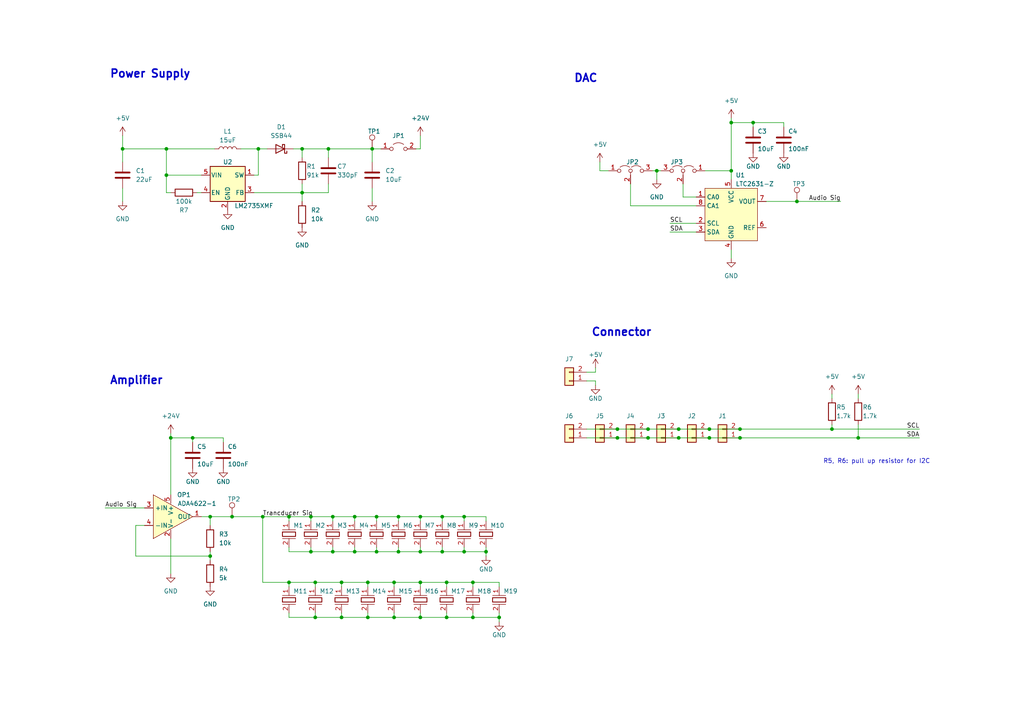
<source format=kicad_sch>
(kicad_sch (version 20211123) (generator eeschema)
  (paper "A4")
  (title_block (title "Sound Laser"))
  (lib_symbols
    (symbol "Connector:TestPoint" (pin_numbers hide) (pin_names (offset 0.762) hide)
      (property "Reference" "TP" (at 0 6.858 0))
      (property "Value" "TestPoint" (at 0 5.08 0))
      (symbol "TestPoint_0_1"
        (circle (center 0 3.302) (radius 0.762))
      )
      (symbol "TestPoint_1_1"
        (pin passive line (at 0 0 90) (length 2.54) (name "1") (number "1"))
      )
    )
    (symbol "Connector_Generic:Conn_01x02" (pin_names (offset 1.016) hide)
      (property "Reference" "J" (at 0 2.54 0))
      (property "Value" "Conn_01x02" (at 0 -5.08 0))
      (symbol "Conn_01x02_1_1"
        (rectangle (start -1.27 -2.413) (end 0 -2.667) (stroke (width 0.1524)))
        (rectangle (start -1.27 0.127) (end 0 -0.127) (stroke (width 0.1524)))
        (rectangle (start -1.27 1.27) (end 1.27 -3.81) (stroke (width 0.254)) (fill (type background)))
        (pin passive line (at -5.08 0 0) (length 3.81) (name "Pin_1") (number "1"))
        (pin passive line (at -5.08 -2.54 0) (length 3.81) (name "Pin_2") (number "2"))
      )
    )
    (symbol "Device:C" (pin_numbers hide) (pin_names (offset 0.254))
      (property "Reference" "C" (at 0.635 2.54 0))
      (property "Value" "C" (at 0.635 -2.54 0))
      (symbol "C_0_1"
        (polyline (pts (xy -2.032 -0.762) (xy 2.032 -0.762)) (stroke (width 0.508)))
        (polyline (pts (xy -2.032 0.762) (xy 2.032 0.762)) (stroke (width 0.508)))
      )
      (symbol "C_1_1"
        (pin passive line (at 0 3.81 270) (length 2.794) (name "~") (number "1"))
        (pin passive line (at 0 -3.81 90) (length 2.794) (name "~") (number "2"))
      )
    )
    (symbol "Device:D_Schottky" (pin_numbers hide) (pin_names (offset 1.016) hide)
      (property "Reference" "D" (at 0 2.54 0))
      (property "Value" "D_Schottky" (at 0 -2.54 0))
      (symbol "D_Schottky_0_1"
        (polyline (pts (xy 1.27 0) (xy -1.27 0)))
        (polyline (pts (xy 1.27 1.27) (xy 1.27 -1.27) (xy -1.27 0) (xy 1.27 1.27)) (stroke (width 0.254)))
        (polyline (pts (xy -1.905 0.635) (xy -1.905 1.27) (xy -1.27 1.27) (xy -1.27 -1.27) (xy -0.635 -1.27) (xy -0.635 -0.635)) (stroke (width 0.254)))
      )
      (symbol "D_Schottky_1_1"
        (pin passive line (at -3.81 0 0) (length 2.54) (name "K") (number "1"))
        (pin passive line (at 3.81 0 180) (length 2.54) (name "A") (number "2"))
      )
    )
    (symbol "Device:L" (pin_numbers hide) (pin_names (offset 1.016) hide)
      (property "Reference" "L" (at -1.27 0 90))
      (property "Value" "L" (at 1.905 0 90))
      (symbol "L_0_1"
        (arc (start 0 -2.54) (mid 0.635 -1.905) (end 0 -1.27))
        (arc (start 0 -1.27) (mid 0.635 -0.635) (end 0 0))
        (arc (start 0 0) (mid 0.635 0.635) (end 0 1.27))
        (arc (start 0 1.27) (mid 0.635 1.905) (end 0 2.54))
      )
      (symbol "L_1_1"
        (pin passive line (at 0 3.81 270) (length 1.27) (name "1") (number "1"))
        (pin passive line (at 0 -3.81 90) (length 1.27) (name "2") (number "2"))
      )
    )
    (symbol "Device:R" (pin_numbers hide) (pin_names (offset 0))
      (property "Reference" "R" (at 2.032 0 90))
      (property "Value" "R" (at 0 0 90))
      (symbol "R_0_1"
        (rectangle (start -1.016 -2.54) (end 1.016 2.54) (stroke (width 0.254)))
      )
      (symbol "R_1_1"
        (pin passive line (at 0 3.81 270) (length 1.27) (name "~") (number "1"))
        (pin passive line (at 0 -3.81 90) (length 1.27) (name "~") (number "2"))
      )
    )
    (symbol "Jumper:Jumper_2_Open" (pin_names (offset 0) hide)
      (property "Reference" "JP" (at 0 2.794 0))
      (property "Value" "Jumper_2_Open" (at 0 -2.286 0))
      (symbol "Jumper_2_Open_0_0"
        (circle (center -2.032 0) (radius 0.508))
        (circle (center 2.032 0) (radius 0.508))
      )
      (symbol "Jumper_2_Open_0_1"
        (arc (start 1.524 1.27) (mid 0 1.778) (end -1.524 1.27))
      )
      (symbol "Jumper_2_Open_1_1"
        (pin passive line (at -5.08 0 0) (length 2.54) (name "A") (number "1"))
        (pin passive line (at 5.08 0 180) (length 2.54) (name "B") (number "2"))
      )
    )
    (symbol "Jumper:Jumper_3_Open" (pin_names (offset 0) hide)
      (property "Reference" "JP" (at -2.54 -2.54 0))
      (property "Value" "Jumper_3_Open" (at 0 2.794 0))
      (symbol "Jumper_3_Open_0_0"
        (circle (center -3.302 0) (radius 0.508))
        (circle (center 0 0) (radius 0.508))
        (circle (center 3.302 0) (radius 0.508))
      )
      (symbol "Jumper_3_Open_0_1"
        (arc (start -0.254 1.016) (mid -1.651 1.4992) (end -3.048 1.016))
        (polyline (pts (xy 0 -0.508) (xy 0 -1.27)))
        (arc (start 3.048 1.016) (mid 1.651 1.4992) (end 0.254 1.016))
      )
      (symbol "Jumper_3_Open_1_1"
        (pin passive line (at -6.35 0 0) (length 2.54) (name "A") (number "1"))
        (pin input line (at 0 -3.81 90) (length 2.54) (name "C") (number "2"))
        (pin passive line (at 6.35 0 180) (length 2.54) (name "B") (number "3"))
      )
    )
    (symbol "Regulator_Switching:LM2735XMF" (pin_names (offset 0.254))
      (property "Reference" "U" (at -5.08 6.35 0))
      (property "Value" "LM2735XMF" (at 0 6.35 0))
      (symbol "LM2735XMF_0_1"
        (rectangle (start -5.08 5.08) (end 5.08 -5.08) (stroke (width 0.254)) (fill (type background)))
      )
      (symbol "LM2735XMF_1_1"
        (pin output line (at 7.62 2.54 180) (length 2.54) (name "SW") (number "1"))
        (pin power_in line (at 0 -7.62 90) (length 2.54) (name "GND") (number "2"))
        (pin input line (at 7.62 -2.54 180) (length 2.54) (name "FB") (number "3"))
        (pin input line (at -7.62 -2.54 0) (length 2.54) (name "EN") (number "4"))
        (pin input line (at -7.62 2.54 0) (length 2.54) (name "VIN") (number "5"))
      )
    )
    (symbol "custom_symbols:ADA4622-1"
      (property "Reference" "OP" (at 3.81 3.81 0))
      (property "Value" "ADA4622-1" (at 7.62 -3.81 0))
      (symbol "ADA4622-1_0_1"
        (polyline (pts (xy 6.35 0) (xy -5.08 -6.35)))
        (polyline (pts (xy -5.08 -6.35) (xy -5.08 6.35) (xy 6.35 0)) (fill (type background)))
      )
      (symbol "ADA4622-1_1_1"
        (pin output line (at 8.89 0 180) (length 2.54) (name "OUT") (number "1"))
        (pin input line (at 0 -6.35 90) (length 2.54) (name "V-") (number "2"))
        (pin input line (at -7.62 2.54 0) (length 2.54) (name "+IN") (number "3"))
        (pin input line (at -7.62 -2.54 0) (length 2.54) (name "-IN") (number "4"))
        (pin input line (at 0 6.35 270) (length 2.54) (name "V+") (number "5"))
      )
    )
    (symbol "custom_symbols:LTC2631-Z"
      (property "Reference" "U" (at 5.08 8.89 0))
      (property "Value" "LTC2631-Z" (at 0 0 0))
      (symbol "LTC2631-Z_0_1"
        (rectangle (start -7.62 7.62) (end 7.62 -7.62) (fill (type background)))
      )
      (symbol "LTC2631-Z_1_1"
        (pin input line (at -10.16 5.08 0) (length 2.54) (name "CA0") (number "1"))
        (pin input line (at -10.16 -2.54 0) (length 2.54) (name "SCL") (number "2"))
        (pin input line (at -10.16 -5.08 0) (length 2.54) (name "SDA") (number "3"))
        (pin passive line (at 0 -10.16 90) (length 2.54) (name "GND") (number "4"))
        (pin power_in line (at 0 10.16 270) (length 2.54) (name "VCC") (number "5"))
        (pin input line (at 10.16 -3.81 180) (length 2.54) (name "REF") (number "6"))
        (pin output line (at 10.16 3.81 180) (length 2.54) (name "VOUT") (number "7"))
        (pin input line (at -10.16 2.54 0) (length 2.54) (name "CA1") (number "8"))
      )
    )
    (symbol "custom_symbols:Ultrasonic_Transducer"
      (property "Reference" "M" (at 2.54 3.175 0))
      (property "Value" "Ultrasonic_Transducer" (at 12.7 -3.81 0))
      (symbol "Ultrasonic_Transducer_0_1"
        (rectangle (start -1.905 0.635) (end 1.905 -0.635) (stroke (width 0.25)))
        (polyline (pts (xy -1.905 -1.27) (xy 1.905 -1.27)))
        (polyline (pts (xy -1.905 1.27) (xy 1.905 1.27)))
      )
      (symbol "Ultrasonic_Transducer_1_1"
        (pin input line (at 0 3.81 270) (length 2.54) (name "") (number "1"))
        (pin input line (at 0 -3.81 90) (length 2.54) (name "") (number "2"))
      )
    )
    (symbol "power:+24V" (power) (pin_names (offset 0))
      (property "Value" "+24V" (at 0 3.556 0))
      (symbol "+24V_0_1"
        (polyline (pts (xy -0.762 1.27) (xy 0 2.54)))
        (polyline (pts (xy 0 0) (xy 0 2.54)))
        (polyline (pts (xy 0 2.54) (xy 0.762 1.27)))
      )
      (symbol "+24V_1_1"
        (pin power_in line (at 0 0 90) (length 0) hide (name "+24V") (number "1"))
      )
    )
    (symbol "power:+5V" (power) (pin_names (offset 0))
      (property "Value" "+5V" (at 0 3.556 0))
      (symbol "+5V_0_1"
        (polyline (pts (xy -0.762 1.27) (xy 0 2.54)))
        (polyline (pts (xy 0 0) (xy 0 2.54)))
        (polyline (pts (xy 0 2.54) (xy 0.762 1.27)))
      )
      (symbol "+5V_1_1"
        (pin power_in line (at 0 0 90) (length 0) hide (name "+5V") (number "1"))
      )
    )
    (symbol "power:GND" (power) (pin_names (offset 0))
      (property "Value" "GND" (at 0 -3.81 0))
      (symbol "GND_0_1"
        (polyline (pts (xy 0 0) (xy 0 -1.27) (xy 1.27 -1.27) (xy 0 -2.54) (xy -1.27 -1.27) (xy 0 -1.27)))
      )
      (symbol "GND_1_1"
        (pin power_in line (at 0 0 270) (length 0) hide (name "GND") (number "1"))
      )
    )
  )
  (junction (at 128.27 149.86))
  (junction (at 248.92 127))
  (junction (at 121.92 168.91))
  (junction (at 212.09 35.56))
  (junction (at 83.82 149.86))
  (junction (at 231.14 58.42))
  (junction (at 190.5 49.53))
  (junction (at 49.53 127))
  (junction (at 114.3 179.07))
  (junction (at 128.27 160.02))
  (junction (at 196.85 124.46))
  (junction (at 74.93 43.18))
  (junction (at 55.88 127))
  (junction (at 91.44 168.91))
  (junction (at 129.54 179.07))
  (junction (at 48.26 50.8))
  (junction (at 87.63 55.88))
  (junction (at 179.07 127))
  (junction (at 60.96 149.86))
  (junction (at 137.16 168.91))
  (junction (at 121.92 149.86))
  (junction (at 179.07 124.46))
  (junction (at 99.06 168.91))
  (junction (at 140.97 160.02))
  (junction (at 76.2 149.86))
  (junction (at 83.82 168.91))
  (junction (at 95.25 43.18))
  (junction (at 134.62 160.02))
  (junction (at 214.63 124.46))
  (junction (at 102.87 160.02))
  (junction (at 144.78 179.07))
  (junction (at 196.85 127))
  (junction (at 187.96 127))
  (junction (at 205.74 127))
  (junction (at 35.56 43.18))
  (junction (at 115.57 160.02))
  (junction (at 96.52 149.86))
  (junction (at 91.44 179.07))
  (junction (at 129.54 168.91))
  (junction (at 60.96 161.29))
  (junction (at 99.06 179.07))
  (junction (at 96.52 160.02))
  (junction (at 107.95 43.18))
  (junction (at 67.31 149.86))
  (junction (at 121.92 160.02))
  (junction (at 114.3 168.91))
  (junction (at 48.26 43.18))
  (junction (at 102.87 149.86))
  (junction (at 187.96 124.46))
  (junction (at 212.09 49.53))
  (junction (at 109.22 149.86))
  (junction (at 214.63 127))
  (junction (at 90.17 149.86))
  (junction (at 90.17 160.02))
  (junction (at 218.44 35.56))
  (junction (at 137.16 179.07))
  (junction (at 109.22 160.02))
  (junction (at 87.63 43.18))
  (junction (at 205.74 124.46))
  (junction (at 134.62 149.86))
  (junction (at 115.57 149.86))
  (junction (at 106.68 179.07))
  (junction (at 121.92 179.07))
  (junction (at 241.3 124.46))
  (junction (at 106.68 168.91))
  (wire (pts (xy 83.82 179.07) (xy 91.44 179.07)))
  (wire (pts (xy 128.27 149.86) (xy 121.92 149.86)))
  (wire (pts (xy 60.96 149.86) (xy 67.31 149.86)))
  (wire (pts (xy 198.12 57.15) (xy 198.12 53.34)))
  (wire (pts (xy 204.47 49.53) (xy 212.09 49.53)))
  (wire (pts (xy 248.92 114.3) (xy 248.92 115.57)))
  (wire (pts (xy 73.66 55.88) (xy 87.63 55.88)))
  (wire (pts (xy 91.44 179.07) (xy 99.06 179.07)))
  (wire (pts (xy 49.53 125.73) (xy 49.53 127)))
  (wire (pts (xy 96.52 158.75) (xy 96.52 160.02)))
  (wire (pts (xy 87.63 53.34) (xy 87.63 55.88)))
  (wire (pts (xy 102.87 149.86) (xy 102.87 151.13)))
  (wire (pts (xy 60.96 161.29) (xy 60.96 162.56)))
  (wire (pts (xy 248.92 127) (xy 266.7 127)))
  (wire (pts (xy 212.09 72.39) (xy 212.09 74.93)))
  (wire (pts (xy 30.48 147.32) (xy 41.91 147.32)))
  (wire (pts (xy 91.44 168.91) (xy 83.82 168.91)))
  (wire (pts (xy 121.92 149.86) (xy 121.92 151.13)))
  (wire (pts (xy 87.63 43.18) (xy 95.25 43.18)))
  (wire (pts (xy 48.26 55.88) (xy 49.53 55.88)))
  (wire (pts (xy 120.65 43.18) (xy 121.92 43.18)))
  (wire (pts (xy 190.5 49.53) (xy 190.5 52.07)))
  (wire (pts (xy 218.44 35.56) (xy 227.33 35.56)))
  (wire (pts (xy 173.99 49.53) (xy 176.53 49.53)))
  (wire (pts (xy 140.97 158.75) (xy 140.97 160.02)))
  (wire (pts (xy 83.82 168.91) (xy 83.82 170.18)))
  (wire (pts (xy 121.92 43.18) (xy 121.92 39.37)))
  (wire (pts (xy 144.78 168.91) (xy 137.16 168.91)))
  (wire (pts (xy 121.92 168.91) (xy 114.3 168.91)))
  (wire (pts (xy 241.3 124.46) (xy 266.7 124.46)))
  (wire (pts (xy 140.97 149.86) (xy 134.62 149.86)))
  (wire (pts (xy 205.74 127) (xy 214.63 127)))
  (wire (pts (xy 96.52 149.86) (xy 96.52 151.13)))
  (wire (pts (xy 137.16 168.91) (xy 129.54 168.91)))
  (wire (pts (xy 179.07 124.46) (xy 187.96 124.46)))
  (wire (pts (xy 73.66 50.8) (xy 74.93 50.8)))
  (wire (pts (xy 67.31 149.86) (xy 76.2 149.86)))
  (wire (pts (xy 128.27 149.86) (xy 128.27 151.13)))
  (wire (pts (xy 107.95 43.18) (xy 107.95 46.99)))
  (wire (pts (xy 137.16 177.8) (xy 137.16 179.07)))
  (wire (pts (xy 115.57 149.86) (xy 109.22 149.86)))
  (wire (pts (xy 194.31 67.31) (xy 201.93 67.31)))
  (wire (pts (xy 121.92 158.75) (xy 121.92 160.02)))
  (wire (pts (xy 140.97 151.13) (xy 140.97 149.86)))
  (wire (pts (xy 248.92 123.19) (xy 248.92 127)))
  (wire (pts (xy 58.42 149.86) (xy 60.96 149.86)))
  (wire (pts (xy 90.17 160.02) (xy 83.82 160.02)))
  (wire (pts (xy 137.16 170.18) (xy 137.16 168.91)))
  (wire (pts (xy 99.06 177.8) (xy 99.06 179.07)))
  (wire (pts (xy 90.17 149.86) (xy 83.82 149.86)))
  (wire (pts (xy 87.63 43.18) (xy 87.63 45.72)))
  (wire (pts (xy 90.17 158.75) (xy 90.17 160.02)))
  (wire (pts (xy 172.72 110.49) (xy 172.72 111.76)))
  (wire (pts (xy 140.97 161.29) (xy 140.97 160.02)))
  (wire (pts (xy 35.56 43.18) (xy 35.56 46.99)))
  (wire (pts (xy 140.97 160.02) (xy 134.62 160.02)))
  (wire (pts (xy 121.92 179.07) (xy 129.54 179.07)))
  (wire (pts (xy 95.25 43.18) (xy 95.25 45.72)))
  (wire (pts (xy 201.93 57.15) (xy 198.12 57.15)))
  (wire (pts (xy 187.96 124.46) (xy 196.85 124.46)))
  (wire (pts (xy 102.87 160.02) (xy 96.52 160.02)))
  (wire (pts (xy 96.52 149.86) (xy 90.17 149.86)))
  (wire (pts (xy 48.26 43.18) (xy 62.23 43.18)))
  (wire (pts (xy 121.92 160.02) (xy 115.57 160.02)))
  (wire (pts (xy 39.37 152.4) (xy 39.37 161.29)))
  (wire (pts (xy 35.56 54.61) (xy 35.56 58.42)))
  (wire (pts (xy 39.37 161.29) (xy 60.96 161.29)))
  (wire (pts (xy 109.22 160.02) (xy 102.87 160.02)))
  (wire (pts (xy 55.88 127) (xy 55.88 128.27)))
  (wire (pts (xy 137.16 179.07) (xy 144.78 179.07)))
  (wire (pts (xy 35.56 39.37) (xy 35.56 43.18)))
  (wire (pts (xy 179.07 127) (xy 187.96 127)))
  (wire (pts (xy 182.88 59.69) (xy 182.88 53.34)))
  (wire (pts (xy 231.14 58.42) (xy 243.84 58.42)))
  (wire (pts (xy 48.26 50.8) (xy 48.26 55.88)))
  (wire (pts (xy 194.31 64.77) (xy 201.93 64.77)))
  (wire (pts (xy 95.25 55.88) (xy 87.63 55.88)))
  (wire (pts (xy 74.93 43.18) (xy 74.93 50.8)))
  (wire (pts (xy 190.5 49.53) (xy 191.77 49.53)))
  (wire (pts (xy 241.3 123.19) (xy 241.3 124.46)))
  (wire (pts (xy 144.78 180.34) (xy 144.78 179.07)))
  (wire (pts (xy 106.68 179.07) (xy 114.3 179.07)))
  (wire (pts (xy 83.82 160.02) (xy 83.82 158.75)))
  (wire (pts (xy 227.33 35.56) (xy 227.33 36.83)))
  (wire (pts (xy 74.93 43.18) (xy 77.47 43.18)))
  (wire (pts (xy 214.63 127) (xy 248.92 127)))
  (wire (pts (xy 170.18 110.49) (xy 172.72 110.49)))
  (wire (pts (xy 114.3 177.8) (xy 114.3 179.07)))
  (wire (pts (xy 49.53 127) (xy 49.53 143.51)))
  (wire (pts (xy 205.74 124.46) (xy 214.63 124.46)))
  (wire (pts (xy 48.26 50.8) (xy 58.42 50.8)))
  (wire (pts (xy 91.44 170.18) (xy 91.44 168.91)))
  (wire (pts (xy 87.63 55.88) (xy 87.63 58.42)))
  (wire (pts (xy 91.44 177.8) (xy 91.44 179.07)))
  (wire (pts (xy 144.78 170.18) (xy 144.78 168.91)))
  (wire (pts (xy 212.09 34.29) (xy 212.09 35.56)))
  (wire (pts (xy 109.22 149.86) (xy 102.87 149.86)))
  (wire (pts (xy 129.54 177.8) (xy 129.54 179.07)))
  (wire (pts (xy 170.18 127) (xy 179.07 127)))
  (wire (pts (xy 134.62 160.02) (xy 128.27 160.02)))
  (wire (pts (xy 170.18 107.95) (xy 172.72 107.95)))
  (wire (pts (xy 129.54 170.18) (xy 129.54 168.91)))
  (wire (pts (xy 99.06 168.91) (xy 91.44 168.91)))
  (wire (pts (xy 41.91 152.4) (xy 39.37 152.4)))
  (wire (pts (xy 96.52 160.02) (xy 90.17 160.02)))
  (wire (pts (xy 95.25 53.34) (xy 95.25 55.88)))
  (wire (pts (xy 106.68 170.18) (xy 106.68 168.91)))
  (wire (pts (xy 90.17 149.86) (xy 90.17 151.13)))
  (wire (pts (xy 121.92 177.8) (xy 121.92 179.07)))
  (wire (pts (xy 201.93 59.69) (xy 182.88 59.69)))
  (wire (pts (xy 106.68 168.91) (xy 99.06 168.91)))
  (wire (pts (xy 144.78 177.8) (xy 144.78 179.07)))
  (wire (pts (xy 69.85 43.18) (xy 74.93 43.18)))
  (wire (pts (xy 212.09 35.56) (xy 212.09 49.53)))
  (wire (pts (xy 95.25 43.18) (xy 107.95 43.18)))
  (wire (pts (xy 121.92 149.86) (xy 115.57 149.86)))
  (wire (pts (xy 99.06 179.07) (xy 106.68 179.07)))
  (wire (pts (xy 129.54 168.91) (xy 121.92 168.91)))
  (wire (pts (xy 134.62 149.86) (xy 134.62 151.13)))
  (wire (pts (xy 115.57 160.02) (xy 109.22 160.02)))
  (wire (pts (xy 187.96 127) (xy 196.85 127)))
  (wire (pts (xy 114.3 168.91) (xy 106.68 168.91)))
  (wire (pts (xy 196.85 124.46) (xy 205.74 124.46)))
  (wire (pts (xy 109.22 158.75) (xy 109.22 160.02)))
  (wire (pts (xy 212.09 49.53) (xy 212.09 52.07)))
  (wire (pts (xy 114.3 170.18) (xy 114.3 168.91)))
  (wire (pts (xy 35.56 43.18) (xy 48.26 43.18)))
  (wire (pts (xy 64.77 127) (xy 64.77 128.27)))
  (wire (pts (xy 102.87 149.86) (xy 96.52 149.86)))
  (wire (pts (xy 57.15 55.88) (xy 58.42 55.88)))
  (wire (pts (xy 222.25 58.42) (xy 231.14 58.42)))
  (wire (pts (xy 76.2 149.86) (xy 83.82 149.86)))
  (wire (pts (xy 107.95 54.61) (xy 107.95 58.42)))
  (wire (pts (xy 48.26 43.18) (xy 48.26 50.8)))
  (wire (pts (xy 241.3 114.3) (xy 241.3 115.57)))
  (wire (pts (xy 109.22 149.86) (xy 109.22 151.13)))
  (wire (pts (xy 212.09 35.56) (xy 218.44 35.56)))
  (wire (pts (xy 55.88 127) (xy 64.77 127)))
  (wire (pts (xy 134.62 149.86) (xy 128.27 149.86)))
  (wire (pts (xy 83.82 179.07) (xy 83.82 177.8)))
  (wire (pts (xy 106.68 177.8) (xy 106.68 179.07)))
  (wire (pts (xy 102.87 158.75) (xy 102.87 160.02)))
  (wire (pts (xy 173.99 46.99) (xy 173.99 49.53)))
  (wire (pts (xy 114.3 179.07) (xy 121.92 179.07)))
  (wire (pts (xy 134.62 158.75) (xy 134.62 160.02)))
  (wire (pts (xy 214.63 124.46) (xy 241.3 124.46)))
  (wire (pts (xy 129.54 179.07) (xy 137.16 179.07)))
  (wire (pts (xy 49.53 156.21) (xy 49.53 166.37)))
  (wire (pts (xy 115.57 158.75) (xy 115.57 160.02)))
  (wire (pts (xy 107.95 43.18) (xy 110.49 43.18)))
  (wire (pts (xy 83.82 149.86) (xy 83.82 151.13)))
  (wire (pts (xy 196.85 127) (xy 205.74 127)))
  (wire (pts (xy 60.96 152.4) (xy 60.96 149.86)))
  (wire (pts (xy 128.27 160.02) (xy 121.92 160.02)))
  (wire (pts (xy 128.27 158.75) (xy 128.27 160.02)))
  (wire (pts (xy 49.53 127) (xy 55.88 127)))
  (wire (pts (xy 121.92 170.18) (xy 121.92 168.91)))
  (wire (pts (xy 83.82 168.91) (xy 76.2 168.91)))
  (wire (pts (xy 189.23 49.53) (xy 190.5 49.53)))
  (wire (pts (xy 99.06 170.18) (xy 99.06 168.91)))
  (wire (pts (xy 218.44 35.56) (xy 218.44 36.83)))
  (wire (pts (xy 172.72 107.95) (xy 172.72 106.68)))
  (wire (pts (xy 76.2 168.91) (xy 76.2 149.86)))
  (wire (pts (xy 85.09 43.18) (xy 87.63 43.18)))
  (wire (pts (xy 60.96 160.02) (xy 60.96 161.29)))
  (wire (pts (xy 170.18 124.46) (xy 179.07 124.46)))
  (wire (pts (xy 115.57 149.86) (xy 115.57 151.13)))
  (text "R5, R6: pull up resistor for I2C" (at 238.76 134.62 0) (effects (font (size 1.27 1.27)) (justify left bottom)))
  (text "Connector" (at 171.45 97.79 0) (effects (font (size 2.27 2.27) bold) (justify left bottom)))
  (text "Power Supply" (at 31.75 22.86 0) (effects (font (size 2.27 2.27) (thickness 0.454) bold) (justify left bottom)))
  (text "DAC" (at 166.37 24.13 0) (effects (font (size 2.27 2.27) bold) (justify left bottom)))
  (text "Amplifier" (at 31.75 111.76 0) (effects (font (size 2.27 2.27) bold) (justify left bottom)))
  (label "SDA" (at 266.7 127 180))
  (label "SDA" (at 194.31 67.31 0))
  (label "SCL" (at 194.31 64.77 0))
  (label "Audio Sig" (at 30.48 147.32 0))
  (label "Audio Sig" (at 243.84 58.42 180))
  (label "SCL" (at 266.7 124.46 180))
  (label "Trancducer Sig" (at 76.2 149.86 0))
  (symbol (lib_id "custom_symbols:Ultrasonic_Transducer") (at 102.87 154.94 0) (unit 1)
    (property "Reference" "M4" (at 104.14 152.4 0) (effects (justify left)))
    (property "Value" "Ultrasonic_Transducer" (effects hide))
    (property "Footprint" "custom_footprints:CUSP-T80-15-2400-TH" (effects hide))
  )
  (symbol (lib_id "Device:C") (at 227.33 40.64 0) (unit 1)
    (property "Reference" "C4" (at 228.6 38.1 0) (effects (justify left)))
    (property "Value" "100nF" (at 228.6 43.18 0) (effects (justify left)))
    (property "Footprint" "Capacitor_SMD:C_0805_2012Metric" (effects hide))
  )
  (symbol (lib_id "power:GND") (at 66.04 60.96 0) (unit 1)
    (property "Reference" "#PWR0103" (effects hide))
    (property "Value" "GND" (at 66.04 66.04 0))
  )
  (symbol (lib_id "custom_symbols:Ultrasonic_Transducer") (at 137.16 173.99 0) (unit 1)
    (property "Reference" "M18" (at 138.43 171.45 0) (effects (justify left)))
    (property "Value" "Ultrasonic_Transducer" (effects hide))
    (property "Footprint" "custom_footprints:CUSP-T80-15-2400-TH" (effects hide))
  )
  (symbol (lib_id "power:GND") (at 55.88 135.89 0) (unit 1)
    (property "Reference" "#PWR0123" (effects hide))
    (property "Value" "GND" (at 55.88 139.7 0))
  )
  (symbol (lib_id "power:GND") (at 212.09 74.93 0) (unit 1)
    (property "Reference" "#PWR0110" (effects hide))
    (property "Value" "GND" (at 212.09 80.01 0))
  )
  (symbol (lib_id "power:GND") (at 87.63 66.04 0) (unit 1)
    (property "Reference" "#PWR0104" (effects hide))
    (property "Value" "GND" (at 87.63 71.12 0))
  )
  (symbol (lib_id "power:+5V") (at 173.99 46.99 0) (unit 1)
    (property "Reference" "#PWR0112" (effects hide))
    (property "Value" "+5V" (at 173.99 41.91 0))
  )
  (symbol (lib_id "Device:R") (at 60.96 166.37 0) (unit 1)
    (property "Reference" "R4" (at 63.5 165.0999 0) (effects (justify left)))
    (property "Value" "5k" (at 63.5 167.6399 0) (effects (justify left)))
    (property "Footprint" "Resistor_SMD:R_0805_2012Metric" (effects hide))
  )
  (symbol (lib_id "custom_symbols:Ultrasonic_Transducer") (at 144.78 173.99 0) (unit 1)
    (property "Reference" "M19" (at 146.05 171.45 0) (effects (justify left)))
    (property "Value" "Ultrasonic_Transducer" (effects hide))
    (property "Footprint" "custom_footprints:CUSP-T80-15-2400-TH" (effects hide))
  )
  (symbol (lib_id "custom_symbols:Ultrasonic_Transducer") (at 91.44 173.99 0) (unit 1)
    (property "Reference" "M12" (at 92.71 171.45 0) (effects (justify left)))
    (property "Value" "Ultrasonic_Transducer" (effects hide))
    (property "Footprint" "custom_footprints:CUSP-T80-15-2400-TH" (effects hide))
  )
  (symbol (lib_id "Connector_Generic:Conn_01x02") (at 191.77 127 180) (unit 1)
    (property "Reference" "J3" (at 191.77 120.65 0))
    (property "Value" "JST SH BM02B Connector" (effects hide))
    (property "Footprint" "Connector_JST:JST_SH_BM02B-SRSS-TB_1x02-1MP_P1.00mm_Vertical" (effects hide))
  )
  (symbol (lib_id "custom_symbols:Ultrasonic_Transducer") (at 83.82 154.94 0) (unit 1)
    (property "Reference" "M1" (at 85.09 152.4 0) (effects (justify left)))
    (property "Value" "Ultrasonic_Transducer" (effects hide))
    (property "Footprint" "custom_footprints:CUSP-T80-15-2400-TH" (effects hide))
  )
  (symbol (lib_id "Jumper:Jumper_3_Open") (at 182.88 49.53 0) (unit 1)
    (property "Reference" "JP2" (at 181.61 46.99 0) (effects (justify left)))
    (property "Value" "Jumper_3_Open" (effects hide))
    (property "Footprint" "Jumper:SolderJumper-3_P1.3mm_Open_Pad1.0x1.5mm_NumberLabels" (effects hide))
  )
  (symbol (lib_id "custom_symbols:Ultrasonic_Transducer") (at 128.27 154.94 0) (unit 1)
    (property "Reference" "M8" (at 129.54 152.4 0) (effects (justify left)))
    (property "Value" "Ultrasonic_Transducer" (effects hide))
    (property "Footprint" "custom_footprints:CUSP-T80-15-2400-TH" (effects hide))
  )
  (symbol (lib_id "Device:C") (at 95.25 49.53 0) (unit 1)
    (property "Reference" "C7" (at 97.79 48.26 0) (effects (justify left)))
    (property "Value" "330pF" (at 97.79 50.8 0) (effects (justify left)))
    (property "Footprint" "Capacitor_SMD:C_0805_2012Metric" (effects hide))
  )
  (symbol (lib_id "custom_symbols:Ultrasonic_Transducer") (at 99.06 173.99 0) (unit 1)
    (property "Reference" "M13" (at 100.33 171.45 0) (effects (justify left)))
    (property "Value" "Ultrasonic_Transducer" (effects hide))
    (property "Footprint" "custom_footprints:CUSP-T80-15-2400-TH" (effects hide))
  )
  (symbol (lib_id "Device:R") (at 248.92 119.38 0) (unit 1)
    (property "Reference" "R6" (at 250.19 118.11 0) (effects (justify left)))
    (property "Value" "1.7k" (at 250.19 120.65 0) (effects (justify left)))
    (property "Footprint" "Resistor_SMD:R_0805_2012Metric" (effects hide))
  )
  (symbol (lib_id "custom_symbols:Ultrasonic_Transducer") (at 114.3 173.99 0) (unit 1)
    (property "Reference" "M15" (at 115.57 171.45 0) (effects (justify left)))
    (property "Value" "Ultrasonic_Transducer" (effects hide))
    (property "Footprint" "custom_footprints:CUSP-T80-15-2400-TH" (effects hide))
  )
  (symbol (lib_id "Connector_Generic:Conn_01x02") (at 200.66 127 180) (unit 1)
    (property "Reference" "J2" (at 200.66 120.65 0))
    (property "Value" "JST SH BM02B Connector" (effects hide))
    (property "Footprint" "Connector_JST:JST_SH_BM02B-SRSS-TB_1x02-1MP_P1.00mm_Vertical" (effects hide))
  )
  (symbol (lib_id "custom_symbols:Ultrasonic_Transducer") (at 129.54 173.99 0) (unit 1)
    (property "Reference" "M17" (at 130.81 171.45 0) (effects (justify left)))
    (property "Value" "Ultrasonic_Transducer" (effects hide))
    (property "Footprint" "custom_footprints:CUSP-T80-15-2400-TH" (effects hide))
  )
  (symbol (lib_id "power:+24V") (at 49.53 125.73 0) (unit 1)
    (property "Reference" "#PWR0107" (effects hide))
    (property "Value" "+24V" (at 49.53 120.65 0))
  )
  (symbol (lib_id "Jumper:Jumper_3_Open") (at 198.12 49.53 0) (mirror y) (unit 1)
    (property "Reference" "JP3" (at 198.12 46.99 0) (effects (justify left)))
    (property "Value" "Jumper_3_Open" (effects hide))
    (property "Footprint" "Jumper:SolderJumper-3_P1.3mm_Open_Pad1.0x1.5mm_NumberLabels" (effects hide))
  )
  (symbol (lib_id "Device:R") (at 87.63 49.53 0) (unit 1)
    (property "Reference" "R1" (at 88.9 48.26 0) (effects (justify left)))
    (property "Value" "91k" (at 88.9 50.8 0) (effects (justify left)))
    (property "Footprint" "Resistor_SMD:R_0805_2012Metric" (effects hide))
  )
  (symbol (lib_id "Device:L") (at 66.04 43.18 90) (unit 1)
    (property "Reference" "L1" (at 66.04 38.1 90))
    (property "Value" "15uF" (at 66.04 40.64 90))
    (property "Footprint" "Inductor_SMD:L_1206_3216Metric" (effects hide))
  )
  (symbol (lib_id "custom_symbols:Ultrasonic_Transducer") (at 121.92 173.99 0) (unit 1)
    (property "Reference" "M16" (at 123.19 171.45 0) (effects (justify left)))
    (property "Value" "Ultrasonic_Transducer" (effects hide))
    (property "Footprint" "custom_footprints:CUSP-T80-15-2400-TH" (effects hide))
  )
  (symbol (lib_id "Device:C") (at 64.77 132.08 0) (unit 1)
    (property "Reference" "C6" (at 66.04 129.54 0) (effects (justify left)))
    (property "Value" "100nF" (at 66.04 134.62 0) (effects (justify left)))
    (property "Footprint" "Capacitor_SMD:C_0805_2012Metric" (effects hide))
  )
  (symbol (lib_id "Connector_Generic:Conn_01x02") (at 165.1 110.49 180) (unit 1)
    (property "Reference" "J7" (at 165.1 104.14 0))
    (property "Value" "Conn_01x02" (effects hide))
    (property "Footprint" "Connector_JST:JST_PH_B2B-PH-K_1x02_P2.00mm_Vertical" (effects hide))
  )
  (symbol (lib_id "Device:C") (at 55.88 132.08 0) (unit 1)
    (property "Reference" "C5" (at 57.15 129.54 0) (effects (justify left)))
    (property "Value" "10uF" (at 57.15 134.62 0) (effects (justify left)))
    (property "Footprint" "Capacitor_SMD:C_1206_3216Metric" (effects hide))
  )
  (symbol (lib_id "custom_symbols:Ultrasonic_Transducer") (at 121.92 154.94 0) (unit 1)
    (property "Reference" "M7" (at 123.19 152.4 0) (effects (justify left)))
    (property "Value" "Ultrasonic_Transducer" (effects hide))
    (property "Footprint" "custom_footprints:CUSP-T80-15-2400-TH" (effects hide))
  )
  (symbol (lib_id "custom_symbols:Ultrasonic_Transducer") (at 109.22 154.94 0) (unit 1)
    (property "Reference" "M5" (at 110.49 152.4 0) (effects (justify left)))
    (property "Value" "Ultrasonic_Transducer" (effects hide))
    (property "Footprint" "custom_footprints:CUSP-T80-15-2400-TH" (effects hide))
  )
  (symbol (lib_id "Device:R") (at 60.96 156.21 0) (unit 1)
    (property "Reference" "R3" (at 63.5 154.9399 0) (effects (justify left)))
    (property "Value" "10k" (at 63.5 157.4799 0) (effects (justify left)))
    (property "Footprint" "Resistor_SMD:R_0805_2012Metric" (effects hide))
  )
  (symbol (lib_id "custom_symbols:Ultrasonic_Transducer") (at 106.68 173.99 0) (unit 1)
    (property "Reference" "M14" (at 107.95 171.45 0) (effects (justify left)))
    (property "Value" "Ultrasonic_Transducer" (effects hide))
    (property "Footprint" "custom_footprints:CUSP-T80-15-2400-TH" (effects hide))
  )
  (symbol (lib_id "custom_symbols:Ultrasonic_Transducer") (at 134.62 154.94 0) (unit 1)
    (property "Reference" "M9" (at 135.89 152.4 0) (effects (justify left)))
    (property "Value" "Ultrasonic_Transducer" (effects hide))
    (property "Footprint" "custom_footprints:CUSP-T80-15-2400-TH" (effects hide))
  )
  (symbol (lib_id "Connector:TestPoint") (at 231.14 58.42 0) (unit 1)
    (property "Reference" "TP3" (at 229.87 53.34 0) (effects (justify left)))
    (property "Value" "TestPoint" (effects hide))
    (property "Footprint" "TestPoint:TestPoint_Keystone_5000-5004_Miniature" (effects hide))
  )
  (symbol (lib_id "Device:R") (at 241.3 119.38 0) (unit 1)
    (property "Reference" "R5" (at 242.57 118.11 0) (effects (justify left)))
    (property "Value" "1.7k" (at 242.57 120.65 0) (effects (justify left)))
    (property "Footprint" "Resistor_SMD:R_0805_2012Metric" (effects hide))
  )
  (symbol (lib_id "power:+24V") (at 121.92 39.37 0) (unit 1)
    (property "Reference" "#PWR0106" (effects hide))
    (property "Value" "+24V" (at 121.92 34.29 0))
  )
  (symbol (lib_id "power:GND") (at 49.53 166.37 0) (unit 1)
    (property "Reference" "#PWR0108" (effects hide))
    (property "Value" "GND" (at 49.53 171.45 0))
  )
  (symbol (lib_id "custom_symbols:Ultrasonic_Transducer") (at 115.57 154.94 0) (unit 1)
    (property "Reference" "M6" (at 116.84 152.4 0) (effects (justify left)))
    (property "Value" "Ultrasonic_Transducer" (effects hide))
    (property "Footprint" "custom_footprints:CUSP-T80-15-2400-TH" (effects hide))
  )
  (symbol (lib_id "power:+5V") (at 35.56 39.37 0) (unit 1)
    (property "Reference" "#PWR0101" (effects hide))
    (property "Value" "+5V" (at 35.56 34.29 0))
  )
  (symbol (lib_id "Device:C") (at 218.44 40.64 0) (unit 1)
    (property "Reference" "C3" (at 219.71 38.1 0) (effects (justify left)))
    (property "Value" "10uF" (at 219.71 43.18 0) (effects (justify left)))
    (property "Footprint" "Capacitor_SMD:C_1206_3216Metric" (effects hide))
  )
  (symbol (lib_id "power:GND") (at 140.97 161.29 0) (unit 1)
    (property "Reference" "#PWR0119" (effects hide))
    (property "Value" "GND" (at 140.97 165.1 0))
  )
  (symbol (lib_id "power:GND") (at 190.5 52.07 0) (unit 1)
    (property "Reference" "#PWR0111" (effects hide))
    (property "Value" "GND" (at 190.5 57.15 0))
  )
  (symbol (lib_id "custom_symbols:LTC2631-Z") (at 212.09 62.23 0) (unit 1)
    (property "Reference" "U1" (at 213.36 50.8 0) (effects (justify left)))
    (property "Value" "LTC2631-Z" (at 213.36 53.34 0) (effects (justify left)))
    (property "Footprint" "custom_footprints:LTC2631-Z" (effects hide))
  )
  (symbol (lib_id "Connector_Generic:Conn_01x02") (at 173.99 127 180) (unit 1)
    (property "Reference" "J5" (at 173.99 120.65 0))
    (property "Value" "JST SH BM02B Connector" (effects hide))
    (property "Footprint" "Connector_JST:JST_SH_BM02B-SRSS-TB_1x02-1MP_P1.00mm_Vertical" (effects hide))
  )
  (symbol (lib_id "power:GND") (at 60.96 170.18 0) (unit 1)
    (property "Reference" "#PWR0109" (effects hide))
    (property "Value" "GND" (at 60.96 175.26 0))
  )
  (symbol (lib_id "power:GND") (at 144.78 180.34 0) (unit 1)
    (property "Reference" "#PWR0118" (effects hide))
    (property "Value" "GND" (at 144.78 184.15 0))
  )
  (symbol (lib_id "Device:D_Schottky") (at 81.28 43.18 180) (unit 1)
    (property "Reference" "D1" (at 81.5975 36.83 0))
    (property "Value" "SSB44" (at 81.5975 39.37 0))
    (property "Footprint" "Diode_SMD:D_SMB_Handsoldering" (effects hide))
  )
  (symbol (lib_id "custom_symbols:Ultrasonic_Transducer") (at 140.97 154.94 0) (unit 1)
    (property "Reference" "M10" (at 142.24 152.4 0) (effects (justify left)))
    (property "Value" "Ultrasonic_Transducer" (effects hide))
    (property "Footprint" "custom_footprints:CUSP-T80-15-2400-TH" (effects hide))
  )
  (symbol (lib_id "Connector:TestPoint") (at 67.31 149.86 0) (unit 1)
    (property "Reference" "TP2" (at 66.04 144.78 0) (effects (justify left)))
    (property "Value" "TestPoint" (effects hide))
    (property "Footprint" "TestPoint:TestPoint_Keystone_5000-5004_Miniature" (effects hide))
  )
  (symbol (lib_id "Connector:TestPoint") (at 107.95 43.18 0) (unit 1)
    (property "Reference" "TP1" (at 106.68 38.1 0) (effects (justify left)))
    (property "Value" "TestPoint" (effects hide))
    (property "Footprint" "TestPoint:TestPoint_Keystone_5000-5004_Miniature" (effects hide))
  )
  (symbol (lib_id "Device:R") (at 87.63 62.23 0) (unit 1)
    (property "Reference" "R2" (at 90.17 60.9599 0) (effects (justify left)))
    (property "Value" "10k" (at 90.17 63.4999 0) (effects (justify left)))
    (property "Footprint" "Resistor_SMD:R_0805_2012Metric" (effects hide))
  )
  (symbol (lib_id "Connector_Generic:Conn_01x02") (at 209.55 127 180) (unit 1)
    (property "Reference" "J1" (at 209.55 120.65 0))
    (property "Value" "JST SH BM02B Connector" (effects hide))
    (property "Footprint" "Connector_JST:JST_SH_BM02B-SRSS-TB_1x02-1MP_P1.00mm_Vertical" (effects hide))
  )
  (symbol (lib_id "custom_symbols:Ultrasonic_Transducer") (at 96.52 154.94 0) (unit 1)
    (property "Reference" "M3" (at 97.79 152.4 0) (effects (justify left)))
    (property "Value" "Ultrasonic_Transducer" (effects hide))
    (property "Footprint" "custom_footprints:CUSP-T80-15-2400-TH" (effects hide))
  )
  (symbol (lib_id "custom_symbols:ADA4622-1") (at 49.53 149.86 0) (unit 1)
    (property "Reference" "OP1" (at 53.34 143.51 0))
    (property "Value" "ADA4622-1" (at 57.15 146.05 0))
    (property "Footprint" "Package_TO_SOT_SMD:SOT-23-5_HandSoldering" (effects hide))
  )
  (symbol (lib_id "power:GND") (at 64.77 135.89 0) (unit 1)
    (property "Reference" "#PWR0122" (effects hide))
    (property "Value" "GND" (at 64.77 139.7 0))
  )
  (symbol (lib_id "power:+5V") (at 248.92 114.3 0) (unit 1)
    (property "Reference" "#PWR0116" (effects hide))
    (property "Value" "+5V" (at 248.92 109.22 0))
  )
  (symbol (lib_id "power:+5V") (at 212.09 34.29 0) (unit 1)
    (property "Reference" "#PWR0113" (effects hide))
    (property "Value" "+5V" (at 212.09 29.21 0))
  )
  (symbol (lib_id "power:GND") (at 107.95 58.42 0) (unit 1)
    (property "Reference" "#PWR0105" (effects hide))
    (property "Value" "GND" (at 107.95 63.5 0))
  )
  (symbol (lib_id "custom_symbols:Ultrasonic_Transducer") (at 90.17 154.94 0) (unit 1)
    (property "Reference" "M2" (at 91.44 152.4 0) (effects (justify left)))
    (property "Value" "Ultrasonic_Transducer" (effects hide))
    (property "Footprint" "custom_footprints:CUSP-T80-15-2400-TH" (effects hide))
  )
  (symbol (lib_id "Connector_Generic:Conn_01x02") (at 165.1 127 180) (unit 1)
    (property "Reference" "J6" (at 165.1 120.65 0))
    (property "Value" "JST SH BM02B Connector" (effects hide))
    (property "Footprint" "Connector_JST:JST_SH_BM02B-SRSS-TB_1x02-1MP_P1.00mm_Vertical" (effects hide))
  )
  (symbol (lib_id "Jumper:Jumper_2_Open") (at 115.57 43.18 0) (unit 1)
    (property "Reference" "JP1" (at 115.57 39.37 0))
    (property "Value" "Jumper_2_Open" (effects hide))
    (property "Footprint" "Jumper:SolderJumper-2_P1.3mm_Bridged2Bar_Pad1.0x1.5mm" (effects hide))
  )
  (symbol (lib_id "power:+5V") (at 172.72 106.68 0) (unit 1)
    (property "Reference" "#PWR0117" (effects hide))
    (property "Value" "+5V" (at 172.72 102.87 0))
  )
  (symbol (lib_id "Regulator_Switching:LM2735XMF") (at 66.04 53.34 0) (unit 1)
    (property "Reference" "U2" (at 66.04 46.99 0))
    (property "Value" "LM2735XMF" (at 73.66 59.69 0))
    (property "Footprint" "Package_TO_SOT_SMD:SOT-23-5" (effects hide))
    (property "Datasheet" "http://www.ti.com/lit/ds/symlink/lm2735.pdf" (effects hide))
  )
  (symbol (lib_id "Device:R") (at 53.34 55.88 90) (unit 1)
    (property "Reference" "R7" (at 53.34 60.96 90))
    (property "Value" "100k" (at 53.34 58.42 90))
    (property "Footprint" "Resistor_SMD:R_0805_2012Metric" (effects hide))
  )
  (symbol (lib_id "custom_symbols:Ultrasonic_Transducer") (at 83.82 173.99 0) (unit 1)
    (property "Reference" "M11" (at 85.09 171.45 0) (effects (justify left)))
    (property "Value" "Ultrasonic_Transducer" (effects hide))
    (property "Footprint" "custom_footprints:CUSP-T80-15-2400-TH" (effects hide))
  )
  (symbol (lib_id "power:GND") (at 172.72 111.76 0) (unit 1)
    (property "Reference" "#PWR0114" (effects hide))
    (property "Value" "GND" (at 172.72 115.57 0))
  )
  (symbol (lib_id "Device:C") (at 35.56 50.8 0) (unit 1)
    (property "Reference" "C1" (at 39.37 49.5299 0) (effects (justify left)))
    (property "Value" "22uF" (at 39.37 52.0699 0) (effects (justify left)))
    (property "Footprint" "Capacitor_SMD:C_1206_3216Metric" (effects hide))
  )
  (symbol (lib_id "power:GND") (at 227.33 44.45 0) (unit 1)
    (property "Reference" "#PWR0121" (effects hide))
    (property "Value" "GND" (at 227.33 48.26 0))
  )
  (symbol (lib_id "power:+5V") (at 241.3 114.3 0) (unit 1)
    (property "Reference" "#PWR0115" (effects hide))
    (property "Value" "+5V" (at 241.3 109.22 0))
  )
  (symbol (lib_id "power:GND") (at 35.56 58.42 0) (unit 1)
    (property "Reference" "#PWR0102" (effects hide))
    (property "Value" "GND" (at 35.56 63.5 0))
  )
  (symbol (lib_id "Device:C") (at 107.95 50.8 0) (unit 1)
    (property "Reference" "C2" (at 111.76 49.5299 0) (effects (justify left)))
    (property "Value" "10uF" (at 111.76 52.0699 0) (effects (justify left)))
    (property "Footprint" "Capacitor_SMD:C_1206_3216Metric_Pad1.33x1.80mm_HandSolder" (effects hide))
  )
  (symbol (lib_id "power:GND") (at 218.44 44.45 0) (unit 1)
    (property "Reference" "#PWR0120" (effects hide))
    (property "Value" "GND" (at 218.44 48.26 0))
  )
  (symbol (lib_id "Connector_Generic:Conn_01x02") (at 182.88 127 180) (unit 1)
    (property "Reference" "J4" (at 182.88 120.65 0))
    (property "Value" "JST SH BM02B Connector" (effects hide))
    (property "Footprint" "Connector_JST:JST_SH_BM02B-SRSS-TB_1x02-1MP_P1.00mm_Vertical" (effects hide))
  )
)
</source>
